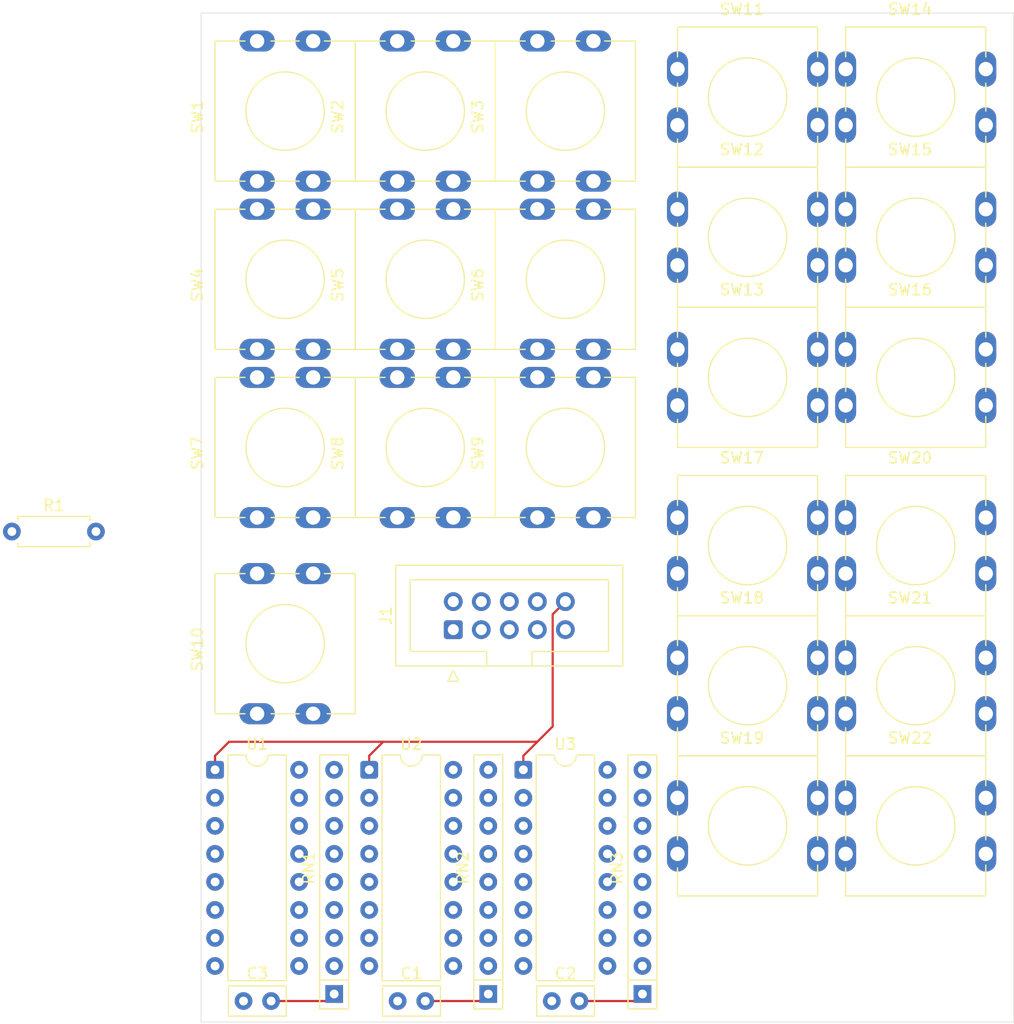
<source format=kicad_pcb>
(kicad_pcb (version 20241229) (generator "pcbnew") (generator_version "9.0")
  (layers (0 "F.Cu" signal) (2 "B.Cu" signal) (13 "F.Paste" user) (15 "B.Paste" user) (5 "F.SilkS" user "F.Silkscreen") (7 "B.SilkS" user "B.Silkscreen") (1 "F.Mask" user) (3 "B.Mask" user) (25 "Edge.Cuts" user))
  (net 0 "")
  (net 1 "+5V")
  (net 2 "GND")
  (net 3 "Net-(J1-IN_CP)")
  (net 4 "Net-(J1-IN_PL)")
  (net 5 "Net-(J1-IN_DTM)")
  (net 6 "Net-(J1-IN_DFM)")
  (net 7 "Net-(U1-Q7)")
  (net 8 "Net-(RN1-R5)")
  (net 9 "Net-(RN1-R3)")
  (net 10 "Net-(RN1-R6)")
  (net 11 "Net-(RN1-R2)")
  (net 12 "Net-(RN1-R7)")
  (net 13 "Net-(RN1-R4)")
  (net 14 "Net-(RN1-R8)")
  (net 15 "Net-(RN1-R1)")
  (net 16 "Net-(RN2-R3)")
  (net 17 "Net-(RN2-R7)")
  (net 18 "Net-(RN2-R4)")
  (net 19 "Net-(RN2-R8)")
  (net 20 "Net-(RN2-R6)")
  (net 21 "Net-(RN2-R2)")
  (net 22 "Net-(RN2-R5)")
  (net 23 "Net-(RN2-R1)")
  (net 24 "Net-(RN3-R6)")
  (net 25 "Net-(RN3-R2)")
  (net 26 "Net-(RN3-R8)")
  (net 27 "Net-(RN3-R4)")
  (net 28 "Net-(RN3-R3)")
  (net 29 "Net-(RN3-R5)")
  (net 30 "Net-(RN3-R1)")
  (net 31 "Net-(RN3-R7)")
  (net 32 "Net-(U1-DS)")
  (net 34 "Net-(U2-DS)")
  (footprint "Resistor_THT:R_Array_SIP9" (layer "F.Cu") (at 111.125 139.7 90)
    (property "Reference" "RN1" (at 11.43 -2.31 90) (layer "F.SilkS"))
    (property "Value" "R_Network08")
    (pad "1" thru_hole rect (at 0 0 90) (size 1.6 1.6) (drill 0.8) (layers "*.Cu" "*.Mask") (net 1 "+5V"))
    (pad "2" thru_hole circle (at 2.54 0 90) (size 1.6 1.6) (drill 0.8) (layers "*.Cu" "*.Mask") (net 15 "Net-(RN1-R1)"))
    (pad "3" thru_hole circle (at 5.08 0 90) (size 1.6 1.6) (drill 0.8) (layers "*.Cu" "*.Mask") (net 11 "Net-(RN1-R2)"))
    (pad "4" thru_hole circle (at 7.62 0 90) (size 1.6 1.6) (drill 0.8) (layers "*.Cu" "*.Mask") (net 9 "Net-(RN1-R3)"))
    (pad "5" thru_hole circle (at 10.16 0 90) (size 1.6 1.6) (drill 0.8) (layers "*.Cu" "*.Mask") (net 13 "Net-(RN1-R4)"))
    (pad "6" thru_hole circle (at 12.7 0 90) (size 1.6 1.6) (drill 0.8) (layers "*.Cu" "*.Mask") (net 8 "Net-(RN1-R5)"))
    (pad "7" thru_hole circle (at 15.24 0 90) (size 1.6 1.6) (drill 0.8) (layers "*.Cu" "*.Mask") (net 10 "Net-(RN1-R6)"))
    (pad "8" thru_hole circle (at 17.78 0 90) (size 1.6 1.6) (drill 0.8) (layers "*.Cu" "*.Mask") (net 12 "Net-(RN1-R7)"))
    (pad "9" thru_hole circle (at 20.32 0 90) (size 1.6 1.6) (drill 0.8) (layers "*.Cu" "*.Mask") (net 14 "Net-(RN1-R8)"))
  )
  (footprint "Capacitor_THT:C_Disc_D5.0mm_W2.5mm_P2.50mm" (layer "F.Cu") (at 116.88 140.335)
    (property "Reference" "C1" (at 1.25 -2.5 0) (layer "F.SilkS"))
    (property "Value" "100nF")
    (pad "1" thru_hole circle (at 0 0) (size 1.6 1.6) (drill 0.8) (layers "*.Cu" "*.Mask") (net 2 "GND"))
    (pad "2" thru_hole circle (at 2.5 0) (size 1.6 1.6) (drill 0.8) (layers "*.Cu" "*.Mask") (net 1 "+5V"))
  )
  (footprint "Custom_Footprints:SW_PUSH-12mm_Grid" (layer "F.Cu") (at 142.24 81.28)
    (property "Reference" "SW13" (at 5.83 -5.41 0) (layer "F.SilkS"))
    (property "Value" "SW_Push")
    (pad "1" thru_hole oval (at 0 0 90) (size 3.2 1.9) (drill 1.3) (layers "*.Cu" "*.Mask") (net 2 "GND"))
    (pad "1" thru_hole oval (at 12.7 0 90) (size 3.2 1.9) (drill 1.3) (layers "*.Cu" "*.Mask") (net 2 "GND"))
    (pad "2" thru_hole oval (at 0 5.08 90) (size 3.2 1.9) (drill 1.3) (layers "*.Cu" "*.Mask") (net 18 "Net-(RN2-R4)"))
    (pad "2" thru_hole oval (at 12.7 5.08 90) (size 3.2 1.9) (drill 1.3) (layers "*.Cu" "*.Mask") (net 18 "Net-(RN2-R4)"))
  )
  (footprint "Capacitor_THT:C_Disc_D5.0mm_W2.5mm_P2.50mm" (layer "F.Cu") (at 102.91 140.335)
    (property "Reference" "C3" (at 1.25 -2.5 0) (layer "F.SilkS"))
    (property "Value" "100nF")
    (pad "1" thru_hole circle (at 0 0) (size 1.6 1.6) (drill 0.8) (layers "*.Cu" "*.Mask") (net 2 "GND"))
    (pad "2" thru_hole circle (at 2.5 0) (size 1.6 1.6) (drill 0.8) (layers "*.Cu" "*.Mask") (net 1 "+5V"))
  )
  (footprint "Custom_Footprints:SW_PUSH-12mm_Grid" (layer "F.Cu") (at 157.48 96.52)
    (property "Reference" "SW20" (at 5.83 -5.41 0) (layer "F.SilkS"))
    (property "Value" "SW_Push")
    (pad "1" thru_hole oval (at 0 0 90) (size 3.2 1.9) (drill 1.3) (layers "*.Cu" "*.Mask") (net 2 "GND"))
    (pad "1" thru_hole oval (at 12.7 0 90) (size 3.2 1.9) (drill 1.3) (layers "*.Cu" "*.Mask") (net 2 "GND"))
    (pad "2" thru_hole oval (at 0 5.08 90) (size 3.2 1.9) (drill 1.3) (layers "*.Cu" "*.Mask") (net 29 "Net-(RN3-R5)"))
    (pad "2" thru_hole oval (at 12.7 5.08 90) (size 3.2 1.9) (drill 1.3) (layers "*.Cu" "*.Mask") (net 29 "Net-(RN3-R5)"))
  )
  (footprint "Custom_Footprints:SW_PUSH-12mm_Grid" (layer "F.Cu") (at 104.14 66.04 90)
    (property "Reference" "SW1" (at 5.83 -5.41 90) (layer "F.SilkS"))
    (property "Value" "SW_Push")
    (pad "1" thru_hole oval (at 0 0 180) (size 3.2 1.9) (drill 1.3) (layers "*.Cu" "*.Mask") (net 2 "GND"))
    (pad "1" thru_hole oval (at 12.7 0 180) (size 3.2 1.9) (drill 1.3) (layers "*.Cu" "*.Mask") (net 2 "GND"))
    (pad "2" thru_hole oval (at 0 5.08 180) (size 3.2 1.9) (drill 1.3) (layers "*.Cu" "*.Mask") (net 14 "Net-(RN1-R8)"))
    (pad "2" thru_hole oval (at 12.7 5.08 180) (size 3.2 1.9) (drill 1.3) (layers "*.Cu" "*.Mask") (net 14 "Net-(RN1-R8)"))
  )
  (footprint "Resistor_THT:R_Axial_DIN0207_L6.3mm_D2.5mm_P7.62mm_Horizontal" (layer "F.Cu") (at 81.915 97.79)
    (property "Reference" "R1" (at 3.81 -2.37 0) (layer "F.SilkS"))
    (property "Value" "100")
    (pad "1" thru_hole circle (at 0 0) (size 1.6 1.6) (drill 0.8) (layers "*.Cu" "*.Mask") (net 5 "Net-(J1-IN_DTM)"))
    (pad "2" thru_hole circle (at 7.62 0) (size 1.6 1.6) (drill 0.8) (layers "*.Cu" "*.Mask") (net 7 "Net-(U1-Q7)"))
  )
  (footprint "Custom_Footprints:SW_PUSH-12mm_Grid" (layer "F.Cu") (at 129.54 96.52 90)
    (property "Reference" "SW9" (at 5.83 -5.41 90) (layer "F.SilkS"))
    (property "Value" "SW_Push")
    (pad "1" thru_hole oval (at 0 0 180) (size 3.2 1.9) (drill 1.3) (layers "*.Cu" "*.Mask") (net 2 "GND"))
    (pad "1" thru_hole oval (at 12.7 0 180) (size 3.2 1.9) (drill 1.3) (layers "*.Cu" "*.Mask") (net 2 "GND"))
    (pad "2" thru_hole oval (at 0 5.08 180) (size 3.2 1.9) (drill 1.3) (layers "*.Cu" "*.Mask") (net 19 "Net-(RN2-R8)"))
    (pad "2" thru_hole oval (at 12.7 5.08 180) (size 3.2 1.9) (drill 1.3) (layers "*.Cu" "*.Mask") (net 19 "Net-(RN2-R8)"))
  )
  (footprint "Custom_Footprints:SW_PUSH-12mm_Grid" (layer "F.Cu") (at 129.54 66.04 90)
    (property "Reference" "SW3" (at 5.83 -5.41 90) (layer "F.SilkS"))
    (property "Value" "SW_Push")
    (pad "1" thru_hole oval (at 0 0 180) (size 3.2 1.9) (drill 1.3) (layers "*.Cu" "*.Mask") (net 2 "GND"))
    (pad "1" thru_hole oval (at 12.7 0 180) (size 3.2 1.9) (drill 1.3) (layers "*.Cu" "*.Mask") (net 2 "GND"))
    (pad "2" thru_hole oval (at 0 5.08 180) (size 3.2 1.9) (drill 1.3) (layers "*.Cu" "*.Mask") (net 10 "Net-(RN1-R6)"))
    (pad "2" thru_hole oval (at 12.7 5.08 180) (size 3.2 1.9) (drill 1.3) (layers "*.Cu" "*.Mask") (net 10 "Net-(RN1-R6)"))
  )
  (footprint "Capacitor_THT:C_Disc_D5.0mm_W2.5mm_P2.50mm" (layer "F.Cu") (at 130.85 140.335)
    (property "Reference" "C2" (at 1.25 -2.5 0) (layer "F.SilkS"))
    (property "Value" "100nF")
    (pad "1" thru_hole circle (at 0 0) (size 1.6 1.6) (drill 0.8) (layers "*.Cu" "*.Mask") (net 2 "GND"))
    (pad "2" thru_hole circle (at 2.5 0) (size 1.6 1.6) (drill 0.8) (layers "*.Cu" "*.Mask") (net 1 "+5V"))
  )
  (footprint "Custom_Footprints:SW_PUSH-12mm_Grid" (layer "F.Cu") (at 157.48 109.22)
    (property "Reference" "SW21" (at 5.83 -5.41 0) (layer "F.SilkS"))
    (property "Value" "SW_Push")
    (pad "1" thru_hole oval (at 0 0 90) (size 3.2 1.9) (drill 1.3) (layers "*.Cu" "*.Mask") (net 2 "GND"))
    (pad "1" thru_hole oval (at 12.7 0 90) (size 3.2 1.9) (drill 1.3) (layers "*.Cu" "*.Mask") (net 2 "GND"))
    (pad "2" thru_hole oval (at 0 5.08 90) (size 3.2 1.9) (drill 1.3) (layers "*.Cu" "*.Mask") (net 27 "Net-(RN3-R4)"))
    (pad "2" thru_hole oval (at 12.7 5.08 90) (size 3.2 1.9) (drill 1.3) (layers "*.Cu" "*.Mask") (net 27 "Net-(RN3-R4)"))
  )
  (footprint "Package_DIP:DIP-16_W7.62mm" (layer "F.Cu") (at 100.33 119.38)
    (property "Reference" "U1" (at 3.81 -2.33 0) (layer "F.SilkS"))
    (property "Value" "74HC165")
    (pad "1" thru_hole roundrect (at 0 0) (size 1.6 1.6) (drill 0.8) (layers "*.Cu" "*.Mask") (roundrect_rratio 0.15625) (net 4 "Net-(J1-IN_PL)"))
    (pad "2" thru_hole circle (at 0 2.54) (size 1.6 1.6) (drill 0.8) (layers "*.Cu" "*.Mask") (net 3 "Net-(J1-IN_CP)"))
    (pad "3" thru_hole circle (at 0 5.08) (size 1.6 1.6) (drill 0.8) (layers "*.Cu" "*.Mask") (net 13 "Net-(RN1-R4)"))
    (pad "4" thru_hole circle (at 0 7.62) (size 1.6 1.6) (drill 0.8) (layers "*.Cu" "*.Mask") (net 9 "Net-(RN1-R3)"))
    (pad "5" thru_hole circle (at 0 10.16) (size 1.6 1.6) (drill 0.8) (layers "*.Cu" "*.Mask") (net 11 "Net-(RN1-R2)"))
    (pad "6" thru_hole circle (at 0 12.7) (size 1.6 1.6) (drill 0.8) (layers "*.Cu" "*.Mask") (net 15 "Net-(RN1-R1)"))
    (pad "7" thru_hole circle (at 0 15.24) (size 1.6 1.6) (drill 0.8) (layers "*.Cu" "*.Mask"))
    (pad "8" thru_hole circle (at 0 17.78) (size 1.6 1.6) (drill 0.8) (layers "*.Cu" "*.Mask") (net 2 "GND"))
    (pad "9" thru_hole circle (at 7.62 17.78) (size 1.6 1.6) (drill 0.8) (layers "*.Cu" "*.Mask") (net 7 "Net-(U1-Q7)"))
    (pad "10" thru_hole circle (at 7.62 15.24) (size 1.6 1.6) (drill 0.8) (layers "*.Cu" "*.Mask") (net 32 "Net-(U1-DS)"))
    (pad "11" thru_hole circle (at 7.62 12.7) (size 1.6 1.6) (drill 0.8) (layers "*.Cu" "*.Mask") (net 14 "Net-(RN1-R8)"))
    (pad "12" thru_hole circle (at 7.62 10.16) (size 1.6 1.6) (drill 0.8) (layers "*.Cu" "*.Mask") (net 12 "Net-(RN1-R7)"))
    (pad "13" thru_hole circle (at 7.62 7.62) (size 1.6 1.6) (drill 0.8) (layers "*.Cu" "*.Mask") (net 10 "Net-(RN1-R6)"))
    (pad "14" thru_hole circle (at 7.62 5.08) (size 1.6 1.6) (drill 0.8) (layers "*.Cu" "*.Mask") (net 8 "Net-(RN1-R5)"))
    (pad "15" thru_hole circle (at 7.62 2.54) (size 1.6 1.6) (drill 0.8) (layers "*.Cu" "*.Mask") (net 2 "GND"))
    (pad "16" thru_hole circle (at 7.62 0) (size 1.6 1.6) (drill 0.8) (layers "*.Cu" "*.Mask") (net 1 "+5V"))
  )
  (footprint "Custom_Footprints:SW_PUSH-12mm_Grid" (layer "F.Cu") (at 157.48 55.88)
    (property "Reference" "SW14" (at 5.83 -5.41 0) (layer "F.SilkS"))
    (property "Value" "SW_Push")
    (pad "1" thru_hole oval (at 0 0 90) (size 3.2 1.9) (drill 1.3) (layers "*.Cu" "*.Mask") (net 2 "GND"))
    (pad "1" thru_hole oval (at 12.7 0 90) (size 3.2 1.9) (drill 1.3) (layers "*.Cu" "*.Mask") (net 2 "GND"))
    (pad "2" thru_hole oval (at 0 5.08 90) (size 3.2 1.9) (drill 1.3) (layers "*.Cu" "*.Mask") (net 16 "Net-(RN2-R3)"))
    (pad "2" thru_hole oval (at 12.7 5.08 90) (size 3.2 1.9) (drill 1.3) (layers "*.Cu" "*.Mask") (net 16 "Net-(RN2-R3)"))
  )
  (footprint "Custom_Footprints:SW_PUSH-12mm_Grid" (layer "F.Cu") (at 142.24 96.52)
    (property "Reference" "SW17" (at 5.83 -5.41 0) (layer "F.SilkS"))
    (property "Value" "SW_Push")
    (pad "1" thru_hole oval (at 0 0 90) (size 3.2 1.9) (drill 1.3) (layers "*.Cu" "*.Mask") (net 2 "GND"))
    (pad "1" thru_hole oval (at 12.7 0 90) (size 3.2 1.9) (drill 1.3) (layers "*.Cu" "*.Mask") (net 2 "GND"))
    (pad "2" thru_hole oval (at 0 5.08 90) (size 3.2 1.9) (drill 1.3) (layers "*.Cu" "*.Mask") (net 26 "Net-(RN3-R8)"))
    (pad "2" thru_hole oval (at 12.7 5.08 90) (size 3.2 1.9) (drill 1.3) (layers "*.Cu" "*.Mask") (net 26 "Net-(RN3-R8)"))
  )
  (footprint "Custom_Footprints:SW_PUSH-12mm_Grid" (layer "F.Cu") (at 157.48 68.58)
    (property "Reference" "SW15" (at 5.83 -5.41 0) (layer "F.SilkS"))
    (property "Value" "SW_Push")
    (pad "1" thru_hole oval (at 0 0 90) (size 3.2 1.9) (drill 1.3) (layers "*.Cu" "*.Mask") (net 2 "GND"))
    (pad "1" thru_hole oval (at 12.7 0 90) (size 3.2 1.9) (drill 1.3) (layers "*.Cu" "*.Mask") (net 2 "GND"))
    (pad "2" thru_hole oval (at 0 5.08 90) (size 3.2 1.9) (drill 1.3) (layers "*.Cu" "*.Mask") (net 21 "Net-(RN2-R2)"))
    (pad "2" thru_hole oval (at 12.7 5.08 90) (size 3.2 1.9) (drill 1.3) (layers "*.Cu" "*.Mask") (net 21 "Net-(RN2-R2)"))
  )
  (footprint "Custom_Footprints:SW_PUSH-12mm_Grid" (layer "F.Cu") (at 142.24 68.58)
    (property "Reference" "SW12" (at 5.83 -5.41 0) (layer "F.SilkS"))
    (property "Value" "SW_Push")
    (pad "1" thru_hole oval (at 0 0 90) (size 3.2 1.9) (drill 1.3) (layers "*.Cu" "*.Mask") (net 2 "GND"))
    (pad "1" thru_hole oval (at 12.7 0 90) (size 3.2 1.9) (drill 1.3) (layers "*.Cu" "*.Mask") (net 2 "GND"))
    (pad "2" thru_hole oval (at 0 5.08 90) (size 3.2 1.9) (drill 1.3) (layers "*.Cu" "*.Mask") (net 22 "Net-(RN2-R5)"))
    (pad "2" thru_hole oval (at 12.7 5.08 90) (size 3.2 1.9) (drill 1.3) (layers "*.Cu" "*.Mask") (net 22 "Net-(RN2-R5)"))
  )
  (footprint "Custom_Footprints:SW_PUSH-12mm_Grid" (layer "F.Cu") (at 104.14 96.52 90)
    (property "Reference" "SW7" (at 5.83 -5.41 90) (layer "F.SilkS"))
    (property "Value" "SW_Push")
    (pad "1" thru_hole oval (at 0 0 180) (size 3.2 1.9) (drill 1.3) (layers "*.Cu" "*.Mask") (net 2 "GND"))
    (pad "1" thru_hole oval (at 12.7 0 180) (size 3.2 1.9) (drill 1.3) (layers "*.Cu" "*.Mask") (net 2 "GND"))
    (pad "2" thru_hole oval (at 0 5.08 180) (size 3.2 1.9) (drill 1.3) (layers "*.Cu" "*.Mask") (net 11 "Net-(RN1-R2)"))
    (pad "2" thru_hole oval (at 12.7 5.08 180) (size 3.2 1.9) (drill 1.3) (layers "*.Cu" "*.Mask") (net 11 "Net-(RN1-R2)"))
  )
  (footprint "Resistor_THT:R_Array_SIP9" (layer "F.Cu") (at 125.095 139.7 90)
    (property "Reference" "RN2" (at 11.43 -2.31 90) (layer "F.SilkS"))
    (property "Value" "R_Network08")
    (pad "1" thru_hole rect (at 0 0 90) (size 1.6 1.6) (drill 0.8) (layers "*.Cu" "*.Mask") (net 1 "+5V"))
    (pad "2" thru_hole circle (at 2.54 0 90) (size 1.6 1.6) (drill 0.8) (layers "*.Cu" "*.Mask") (net 23 "Net-(RN2-R1)"))
    (pad "3" thru_hole circle (at 5.08 0 90) (size 1.6 1.6) (drill 0.8) (layers "*.Cu" "*.Mask") (net 21 "Net-(RN2-R2)"))
    (pad "4" thru_hole circle (at 7.62 0 90) (size 1.6 1.6) (drill 0.8) (layers "*.Cu" "*.Mask") (net 16 "Net-(RN2-R3)"))
    (pad "5" thru_hole circle (at 10.16 0 90) (size 1.6 1.6) (drill 0.8) (layers "*.Cu" "*.Mask") (net 18 "Net-(RN2-R4)"))
    (pad "6" thru_hole circle (at 12.7 0 90) (size 1.6 1.6) (drill 0.8) (layers "*.Cu" "*.Mask") (net 22 "Net-(RN2-R5)"))
    (pad "7" thru_hole circle (at 15.24 0 90) (size 1.6 1.6) (drill 0.8) (layers "*.Cu" "*.Mask") (net 20 "Net-(RN2-R6)"))
    (pad "8" thru_hole circle (at 17.78 0 90) (size 1.6 1.6) (drill 0.8) (layers "*.Cu" "*.Mask") (net 17 "Net-(RN2-R7)"))
    (pad "9" thru_hole circle (at 20.32 0 90) (size 1.6 1.6) (drill 0.8) (layers "*.Cu" "*.Mask") (net 19 "Net-(RN2-R8)"))
  )
  (footprint "Package_DIP:DIP-16_W7.62mm" (layer "F.Cu") (at 128.27 119.38)
    (property "Reference" "U3" (at 3.81 -2.33 0) (layer "F.SilkS"))
    (property "Value" "74HC165")
    (pad "1" thru_hole roundrect (at 0 0) (size 1.6 1.6) (drill 0.8) (layers "*.Cu" "*.Mask") (roundrect_rratio 0.15625) (net 4 "Net-(J1-IN_PL)"))
    (pad "2" thru_hole circle (at 0 2.54) (size 1.6 1.6) (drill 0.8) (layers "*.Cu" "*.Mask") (net 3 "Net-(J1-IN_CP)"))
    (pad "3" thru_hole circle (at 0 5.08) (size 1.6 1.6) (drill 0.8) (layers "*.Cu" "*.Mask") (net 27 "Net-(RN3-R4)"))
    (pad "4" thru_hole circle (at 0 7.62) (size 1.6 1.6) (drill 0.8) (layers "*.Cu" "*.Mask") (net 28 "Net-(RN3-R3)"))
    (pad "5" thru_hole circle (at 0 10.16) (size 1.6 1.6) (drill 0.8) (layers "*.Cu" "*.Mask") (net 25 "Net-(RN3-R2)"))
    (pad "6" thru_hole circle (at 0 12.7) (size 1.6 1.6) (drill 0.8) (layers "*.Cu" "*.Mask") (net 30 "Net-(RN3-R1)"))
    (pad "7" thru_hole circle (at 0 15.24) (size 1.6 1.6) (drill 0.8) (layers "*.Cu" "*.Mask"))
    (pad "8" thru_hole circle (at 0 17.78) (size 1.6 1.6) (drill 0.8) (layers "*.Cu" "*.Mask") (net 2 "GND"))
    (pad "9" thru_hole circle (at 7.62 17.78) (size 1.6 1.6) (drill 0.8) (layers "*.Cu" "*.Mask") (net 34 "Net-(U2-DS)"))
    (pad "10" thru_hole circle (at 7.62 15.24) (size 1.6 1.6) (drill 0.8) (layers "*.Cu" "*.Mask") (net 6 "Net-(J1-IN_DFM)"))
    (pad "11" thru_hole circle (at 7.62 12.7) (size 1.6 1.6) (drill 0.8) (layers "*.Cu" "*.Mask") (net 26 "Net-(RN3-R8)"))
    (pad "12" thru_hole circle (at 7.62 10.16) (size 1.6 1.6) (drill 0.8) (layers "*.Cu" "*.Mask") (net 31 "Net-(RN3-R7)"))
    (pad "13" thru_hole circle (at 7.62 7.62) (size 1.6 1.6) (drill 0.8) (layers "*.Cu" "*.Mask") (net 24 "Net-(RN3-R6)"))
    (pad "14" thru_hole circle (at 7.62 5.08) (size 1.6 1.6) (drill 0.8) (layers "*.Cu" "*.Mask") (net 29 "Net-(RN3-R5)"))
    (pad "15" thru_hole circle (at 7.62 2.54) (size 1.6 1.6) (drill 0.8) (layers "*.Cu" "*.Mask") (net 2 "GND"))
    (pad "16" thru_hole circle (at 7.62 0) (size 1.6 1.6) (drill 0.8) (layers "*.Cu" "*.Mask") (net 1 "+5V"))
  )
  (footprint "Custom_Footprints:SW_PUSH-12mm_Grid" (layer "F.Cu") (at 157.48 81.28)
    (property "Reference" "SW16" (at 5.83 -5.41 0) (layer "F.SilkS"))
    (property "Value" "SW_Push")
    (pad "1" thru_hole oval (at 0 0 90) (size 3.2 1.9) (drill 1.3) (layers "*.Cu" "*.Mask") (net 2 "GND"))
    (pad "1" thru_hole oval (at 12.7 0 90) (size 3.2 1.9) (drill 1.3) (layers "*.Cu" "*.Mask") (net 2 "GND"))
    (pad "2" thru_hole oval (at 0 5.08 90) (size 3.2 1.9) (drill 1.3) (layers "*.Cu" "*.Mask") (net 23 "Net-(RN2-R1)"))
    (pad "2" thru_hole oval (at 12.7 5.08 90) (size 3.2 1.9) (drill 1.3) (layers "*.Cu" "*.Mask") (net 23 "Net-(RN2-R1)"))
  )
  (footprint "Custom_Footprints:SW_PUSH-12mm_Grid" (layer "F.Cu") (at 116.84 66.04 90)
    (property "Reference" "SW2" (at 5.83 -5.41 90) (layer "F.SilkS"))
    (property "Value" "SW_Push")
    (pad "1" thru_hole oval (at 0 0 180) (size 3.2 1.9) (drill 1.3) (layers "*.Cu" "*.Mask") (net 2 "GND"))
    (pad "1" thru_hole oval (at 12.7 0 180) (size 3.2 1.9) (drill 1.3) (layers "*.Cu" "*.Mask") (net 2 "GND"))
    (pad "2" thru_hole oval (at 0 5.08 180) (size 3.2 1.9) (drill 1.3) (layers "*.Cu" "*.Mask") (net 12 "Net-(RN1-R7)"))
    (pad "2" thru_hole oval (at 12.7 5.08 180) (size 3.2 1.9) (drill 1.3) (layers "*.Cu" "*.Mask") (net 12 "Net-(RN1-R7)"))
  )
  (footprint "Custom_Footprints:SW_PUSH-12mm_Grid" (layer "F.Cu") (at 104.14 114.3 90)
    (property "Reference" "SW10" (at 5.83 -5.41 90) (layer "F.SilkS"))
    (property "Value" "SW_Push")
    (pad "1" thru_hole oval (at 0 0 180) (size 3.2 1.9) (drill 1.3) (layers "*.Cu" "*.Mask") (net 2 "GND"))
    (pad "1" thru_hole oval (at 12.7 0 180) (size 3.2 1.9) (drill 1.3) (layers "*.Cu" "*.Mask") (net 2 "GND"))
    (pad "2" thru_hole oval (at 0 5.08 180) (size 3.2 1.9) (drill 1.3) (layers "*.Cu" "*.Mask") (net 17 "Net-(RN2-R7)"))
    (pad "2" thru_hole oval (at 12.7 5.08 180) (size 3.2 1.9) (drill 1.3) (layers "*.Cu" "*.Mask") (net 17 "Net-(RN2-R7)"))
  )
  (footprint "Package_DIP:DIP-16_W7.62mm" (layer "F.Cu") (at 114.3 119.38)
    (property "Reference" "U2" (at 3.81 -2.33 0) (layer "F.SilkS"))
    (property "Value" "74HC165")
    (pad "1" thru_hole roundrect (at 0 0) (size 1.6 1.6) (drill 0.8) (layers "*.Cu" "*.Mask") (roundrect_rratio 0.15625) (net 4 "Net-(J1-IN_PL)"))
    (pad "2" thru_hole circle (at 0 2.54) (size 1.6 1.6) (drill 0.8) (layers "*.Cu" "*.Mask") (net 3 "Net-(J1-IN_CP)"))
    (pad "3" thru_hole circle (at 0 5.08) (size 1.6 1.6) (drill 0.8) (layers "*.Cu" "*.Mask") (net 18 "Net-(RN2-R4)"))
    (pad "4" thru_hole circle (at 0 7.62) (size 1.6 1.6) (drill 0.8) (layers "*.Cu" "*.Mask") (net 16 "Net-(RN2-R3)"))
    (pad "5" thru_hole circle (at 0 10.16) (size 1.6 1.6) (drill 0.8) (layers "*.Cu" "*.Mask") (net 21 "Net-(RN2-R2)"))
    (pad "6" thru_hole circle (at 0 12.7) (size 1.6 1.6) (drill 0.8) (layers "*.Cu" "*.Mask") (net 23 "Net-(RN2-R1)"))
    (pad "7" thru_hole circle (at 0 15.24) (size 1.6 1.6) (drill 0.8) (layers "*.Cu" "*.Mask"))
    (pad "8" thru_hole circle (at 0 17.78) (size 1.6 1.6) (drill 0.8) (layers "*.Cu" "*.Mask") (net 2 "GND"))
    (pad "9" thru_hole circle (at 7.62 17.78) (size 1.6 1.6) (drill 0.8) (layers "*.Cu" "*.Mask") (net 32 "Net-(U1-DS)"))
    (pad "10" thru_hole circle (at 7.62 15.24) (size 1.6 1.6) (drill 0.8) (layers "*.Cu" "*.Mask") (net 34 "Net-(U2-DS)"))
    (pad "11" thru_hole circle (at 7.62 12.7) (size 1.6 1.6) (drill 0.8) (layers "*.Cu" "*.Mask") (net 19 "Net-(RN2-R8)"))
    (pad "12" thru_hole circle (at 7.62 10.16) (size 1.6 1.6) (drill 0.8) (layers "*.Cu" "*.Mask") (net 17 "Net-(RN2-R7)"))
    (pad "13" thru_hole circle (at 7.62 7.62) (size 1.6 1.6) (drill 0.8) (layers "*.Cu" "*.Mask") (net 20 "Net-(RN2-R6)"))
    (pad "14" thru_hole circle (at 7.62 5.08) (size 1.6 1.6) (drill 0.8) (layers "*.Cu" "*.Mask") (net 22 "Net-(RN2-R5)"))
    (pad "15" thru_hole circle (at 7.62 2.54) (size 1.6 1.6) (drill 0.8) (layers "*.Cu" "*.Mask") (net 2 "GND"))
    (pad "16" thru_hole circle (at 7.62 0) (size 1.6 1.6) (drill 0.8) (layers "*.Cu" "*.Mask") (net 1 "+5V"))
  )
  (footprint "Custom_Footprints:SW_PUSH-12mm_Grid" (layer "F.Cu") (at 129.54 81.28 90)
    (property "Reference" "SW6" (at 5.83 -5.41 90) (layer "F.SilkS"))
    (property "Value" "SW_Push")
    (pad "1" thru_hole oval (at 0 0 180) (size 3.2 1.9) (drill 1.3) (layers "*.Cu" "*.Mask") (net 2 "GND"))
    (pad "1" thru_hole oval (at 12.7 0 180) (size 3.2 1.9) (drill 1.3) (layers "*.Cu" "*.Mask") (net 2 "GND"))
    (pad "2" thru_hole oval (at 0 5.08 180) (size 3.2 1.9) (drill 1.3) (layers "*.Cu" "*.Mask") (net 9 "Net-(RN1-R3)"))
    (pad "2" thru_hole oval (at 12.7 5.08 180) (size 3.2 1.9) (drill 1.3) (layers "*.Cu" "*.Mask") (net 9 "Net-(RN1-R3)"))
  )
  (footprint "Custom_Footprints:SW_PUSH-12mm_Grid" (layer "F.Cu") (at 157.48 121.92)
    (property "Reference" "SW22" (at 5.83 -5.41 0) (layer "F.SilkS"))
    (property "Value" "SW_Push")
    (pad "1" thru_hole oval (at 0 0 90) (size 3.2 1.9) (drill 1.3) (layers "*.Cu" "*.Mask") (net 2 "GND"))
    (pad "1" thru_hole oval (at 12.7 0 90) (size 3.2 1.9) (drill 1.3) (layers "*.Cu" "*.Mask") (net 2 "GND"))
    (pad "2" thru_hole oval (at 0 5.08 90) (size 3.2 1.9) (drill 1.3) (layers "*.Cu" "*.Mask") (net 28 "Net-(RN3-R3)"))
    (pad "2" thru_hole oval (at 12.7 5.08 90) (size 3.2 1.9) (drill 1.3) (layers "*.Cu" "*.Mask") (net 28 "Net-(RN3-R3)"))
  )
  (footprint "Custom_Footprints:SW_PUSH-12mm_Grid" (layer "F.Cu") (at 104.14 81.28 90)
    (property "Reference" "SW4" (at 5.83 -5.41 90) (layer "F.SilkS"))
    (property "Value" "SW_Push")
    (pad "1" thru_hole oval (at 0 0 180) (size 3.2 1.9) (drill 1.3) (layers "*.Cu" "*.Mask") (net 2 "GND"))
    (pad "1" thru_hole oval (at 12.7 0 180) (size 3.2 1.9) (drill 1.3) (layers "*.Cu" "*.Mask") (net 2 "GND"))
    (pad "2" thru_hole oval (at 0 5.08 180) (size 3.2 1.9) (drill 1.3) (layers "*.Cu" "*.Mask") (net 8 "Net-(RN1-R5)"))
    (pad "2" thru_hole oval (at 12.7 5.08 180) (size 3.2 1.9) (drill 1.3) (layers "*.Cu" "*.Mask") (net 8 "Net-(RN1-R5)"))
  )
  (footprint "Custom_Footprints:SW_PUSH-12mm_Grid" (layer "F.Cu") (at 116.84 81.28 90)
    (property "Reference" "SW5" (at 5.83 -5.41 90) (layer "F.SilkS"))
    (property "Value" "SW_Push")
    (pad "1" thru_hole oval (at 0 0 180) (size 3.2 1.9) (drill 1.3) (layers "*.Cu" "*.Mask") (net 2 "GND"))
    (pad "1" thru_hole oval (at 12.7 0 180) (size 3.2 1.9) (drill 1.3) (layers "*.Cu" "*.Mask") (net 2 "GND"))
    (pad "2" thru_hole oval (at 0 5.08 180) (size 3.2 1.9) (drill 1.3) (layers "*.Cu" "*.Mask") (net 13 "Net-(RN1-R4)"))
    (pad "2" thru_hole oval (at 12.7 5.08 180) (size 3.2 1.9) (drill 1.3) (layers "*.Cu" "*.Mask") (net 13 "Net-(RN1-R4)"))
  )
  (footprint "Custom_Footprints:SW_PUSH-12mm_Grid" (layer "F.Cu") (at 116.84 96.52 90)
    (property "Reference" "SW8" (at 5.83 -5.41 90) (layer "F.SilkS"))
    (property "Value" "SW_Push")
    (pad "1" thru_hole oval (at 0 0 180) (size 3.2 1.9) (drill 1.3) (layers "*.Cu" "*.Mask") (net 2 "GND"))
    (pad "1" thru_hole oval (at 12.7 0 180) (size 3.2 1.9) (drill 1.3) (layers "*.Cu" "*.Mask") (net 2 "GND"))
    (pad "2" thru_hole oval (at 0 5.08 180) (size 3.2 1.9) (drill 1.3) (layers "*.Cu" "*.Mask") (net 15 "Net-(RN1-R1)"))
    (pad "2" thru_hole oval (at 12.7 5.08 180) (size 3.2 1.9) (drill 1.3) (layers "*.Cu" "*.Mask") (net 15 "Net-(RN1-R1)"))
  )
  (footprint "Custom_Footprints:SW_PUSH-12mm_Grid" (layer "F.Cu") (at 142.24 109.22)
    (property "Reference" "SW18" (at 5.83 -5.41 0) (layer "F.SilkS"))
    (property "Value" "SW_Push")
    (pad "1" thru_hole oval (at 0 0 90) (size 3.2 1.9) (drill 1.3) (layers "*.Cu" "*.Mask") (net 2 "GND"))
    (pad "1" thru_hole oval (at 12.7 0 90) (size 3.2 1.9) (drill 1.3) (layers "*.Cu" "*.Mask") (net 2 "GND"))
    (pad "2" thru_hole oval (at 0 5.08 90) (size 3.2 1.9) (drill 1.3) (layers "*.Cu" "*.Mask") (net 31 "Net-(RN3-R7)"))
    (pad "2" thru_hole oval (at 12.7 5.08 90) (size 3.2 1.9) (drill 1.3) (layers "*.Cu" "*.Mask") (net 31 "Net-(RN3-R7)"))
  )
  (footprint "Custom_Footprints:SW_PUSH-12mm_Grid" (layer "F.Cu") (at 142.24 121.92)
    (property "Reference" "SW19" (at 5.83 -5.41 0) (layer "F.SilkS"))
    (property "Value" "SW_Push")
    (pad "1" thru_hole oval (at 0 0 90) (size 3.2 1.9) (drill 1.3) (layers "*.Cu" "*.Mask") (net 2 "GND"))
    (pad "1" thru_hole oval (at 12.7 0 90) (size 3.2 1.9) (drill 1.3) (layers "*.Cu" "*.Mask") (net 2 "GND"))
    (pad "2" thru_hole oval (at 0 5.08 90) (size 3.2 1.9) (drill 1.3) (layers "*.Cu" "*.Mask") (net 24 "Net-(RN3-R6)"))
    (pad "2" thru_hole oval (at 12.7 5.08 90) (size 3.2 1.9) (drill 1.3) (layers "*.Cu" "*.Mask") (net 24 "Net-(RN3-R6)"))
  )
  (footprint "Connector_IDC:IDC-Header_2x05_P2.54mm_Vertical" (layer "F.Cu") (at 121.92 106.68 90)
    (property "Reference" "J1" (at 1.27 -6.1 90) (layer "F.SilkS"))
    (property "Value" "Conn_Right_Keypad")
    (pad "1" thru_hole roundrect (at 0 0 90) (size 1.7 1.7) (drill 1) (layers "*.Cu" "*.Mask") (roundrect_rratio 0.147059) (net 2 "GND"))
    (pad "2" thru_hole circle (at 2.54 0 90) (size 1.7 1.7) (drill 1) (layers "*.Cu" "*.Mask") (net 1 "+5V"))
    (pad "3" thru_hole circle (at 0 2.54 90) (size 1.7 1.7) (drill 1) (layers "*.Cu" "*.Mask") (net 2 "GND"))
    (pad "4" thru_hole circle (at 2.54 2.54 90) (size 1.7 1.7) (drill 1) (layers "*.Cu" "*.Mask") (net 6 "Net-(J1-IN_DFM)"))
    (pad "5" thru_hole circle (at 0 5.08 90) (size 1.7 1.7) (drill 1) (layers "*.Cu" "*.Mask") (net 2 "GND"))
    (pad "6" thru_hole circle (at 2.54 5.08 90) (size 1.7 1.7) (drill 1) (layers "*.Cu" "*.Mask") (net 5 "Net-(J1-IN_DTM)"))
    (pad "7" thru_hole circle (at 0 7.62 90) (size 1.7 1.7) (drill 1) (layers "*.Cu" "*.Mask") (net 2 "GND"))
    (pad "8" thru_hole circle (at 2.54 7.62 90) (size 1.7 1.7) (drill 1) (layers "*.Cu" "*.Mask") (net 3 "Net-(J1-IN_CP)"))
    (pad "9" thru_hole circle (at 0 10.16 90) (size 1.7 1.7) (drill 1) (layers "*.Cu" "*.Mask") (net 2 "GND"))
    (pad "10" thru_hole circle (at 2.54 10.16 90) (size 1.7 1.7) (drill 1) (layers "*.Cu" "*.Mask") (net 4 "Net-(J1-IN_PL)"))
  )
  (footprint "Custom_Footprints:SW_PUSH-12mm_Grid" (layer "F.Cu") (at 142.24 55.88)
    (property "Reference" "SW11" (at 5.83 -5.41 0) (layer "F.SilkS"))
    (property "Value" "SW_Push")
    (pad "1" thru_hole oval (at 0 0 90) (size 3.2 1.9) (drill 1.3) (layers "*.Cu" "*.Mask") (net 2 "GND"))
    (pad "1" thru_hole oval (at 12.7 0 90) (size 3.2 1.9) (drill 1.3) (layers "*.Cu" "*.Mask") (net 2 "GND"))
    (pad "2" thru_hole oval (at 0 5.08 90) (size 3.2 1.9) (drill 1.3) (layers "*.Cu" "*.Mask") (net 20 "Net-(RN2-R6)"))
    (pad "2" thru_hole oval (at 12.7 5.08 90) (size 3.2 1.9) (drill 1.3) (layers "*.Cu" "*.Mask") (net 20 "Net-(RN2-R6)"))
  )
  (footprint "Resistor_THT:R_Array_SIP9" (layer "F.Cu") (at 139.065 139.7 90)
    (property "Reference" "RN3" (at 11.43 -2.31 90) (layer "F.SilkS"))
    (property "Value" "R_Network08")
    (pad "1" thru_hole rect (at 0 0 90) (size 1.6 1.6) (drill 0.8) (layers "*.Cu" "*.Mask") (net 1 "+5V"))
    (pad "2" thru_hole circle (at 2.54 0 90) (size 1.6 1.6) (drill 0.8) (layers "*.Cu" "*.Mask") (net 30 "Net-(RN3-R1)"))
    (pad "3" thru_hole circle (at 5.08 0 90) (size 1.6 1.6) (drill 0.8) (layers "*.Cu" "*.Mask") (net 25 "Net-(RN3-R2)"))
    (pad "4" thru_hole circle (at 7.62 0 90) (size 1.6 1.6) (drill 0.8) (layers "*.Cu" "*.Mask") (net 28 "Net-(RN3-R3)"))
    (pad "5" thru_hole circle (at 10.16 0 90) (size 1.6 1.6) (drill 0.8) (layers "*.Cu" "*.Mask") (net 27 "Net-(RN3-R4)"))
    (pad "6" thru_hole circle (at 12.7 0 90) (size 1.6 1.6) (drill 0.8) (layers "*.Cu" "*.Mask") (net 29 "Net-(RN3-R5)"))
    (pad "7" thru_hole circle (at 15.24 0 90) (size 1.6 1.6) (drill 0.8) (layers "*.Cu" "*.Mask") (net 24 "Net-(RN3-R6)"))
    (pad "8" thru_hole circle (at 17.78 0 90) (size 1.6 1.6) (drill 0.8) (layers "*.Cu" "*.Mask") (net 31 "Net-(RN3-R7)"))
    (pad "9" thru_hole circle (at 20.32 0 90) (size 1.6 1.6) (drill 0.8) (layers "*.Cu" "*.Mask") (net 26 "Net-(RN3-R8)"))
  )
  (gr_rect (start 99.06 50.8) (end 172.72 142.24) (stroke (width 0.05)) (fill no) (layer "Edge.Cuts"))
  (segment (start 119.38 140.335) (end 124.46 140.335) (width 0.2) (layer "F.Cu") (net 1))
  (segment (start 105.41 140.335) (end 110.49 140.335) (width 0.2) (layer "F.Cu") (net 1))
  (segment (start 133.35 140.335) (end 138.43 140.335) (width 0.2) (layer "F.Cu") (net 1))
  (segment (start 138.43 140.335) (end 139.065 139.7) (width 0.2) (layer "F.Cu") (net 1))
  (segment (start 110.49 140.335) (end 111.125 139.7) (width 0.2) (layer "F.Cu") (net 1))
  (segment (start 124.46 140.335) (end 125.095 139.7) (width 0.2) (layer "F.Cu") (net 1))
  (segment (start 129.54 116.84) (end 128.27 118.11) (width 0.2) (layer "F.Cu") (net 4))
  (segment (start 115.57 116.84) (end 129.54 116.84) (width 0.2) (layer "F.Cu") (net 4))
  (segment (start 129.54 116.84) (end 130.929 115.451) (width 0.2) (layer "F.Cu") (net 4))
  (segment (start 100.33 119.38) (end 100.33 118.11) (width 0.2) (layer "F.Cu") (net 4))
  (segment (start 115.57 116.84) (end 114.3 118.11) (width 0.2) (layer "F.Cu") (net 4))
  (segment (start 130.929 105.291) (end 132.08 104.14) (width 0.2) (layer "F.Cu") (net 4))
  (segment (start 100.33 118.11) (end 101.6 116.84) (width 0.2) (layer "F.Cu") (net 4))
  (segment (start 114.3 118.11) (end 114.3 119.38) (width 0.2) (layer "F.Cu") (net 4))
  (segment (start 130.929 115.451) (end 130.929 105.291) (width 0.2) (layer "F.Cu") (net 4))
  (segment (start 101.6 116.84) (end 115.57 116.84) (width 0.2) (layer "F.Cu") (net 4))
  (segment (start 128.27 118.11) (end 128.27 119.38) (width 0.2) (layer "F.Cu") (net 4))
)
</source>
